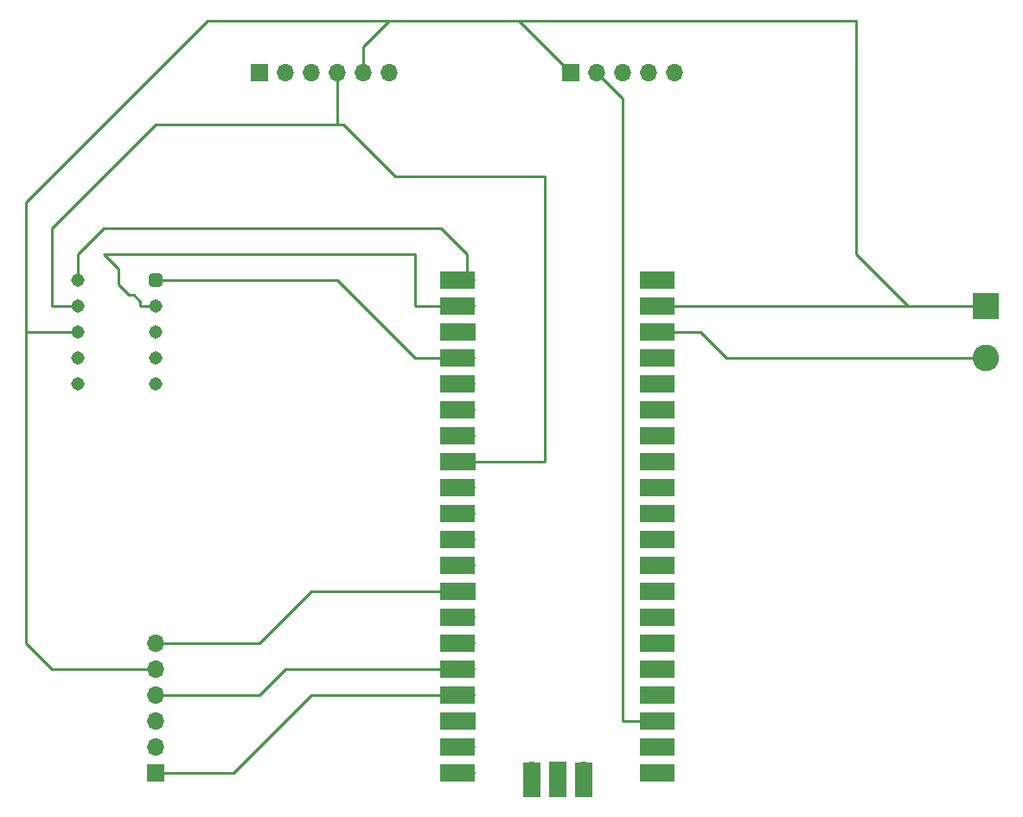
<source format=gbr>
%TF.GenerationSoftware,KiCad,Pcbnew,7.0.1*%
%TF.CreationDate,2023-04-18T18:49:40-05:00*%
%TF.ProjectId,pcb_design,7063625f-6465-4736-9967-6e2e6b696361,rev?*%
%TF.SameCoordinates,Original*%
%TF.FileFunction,Copper,L1,Top*%
%TF.FilePolarity,Positive*%
%FSLAX46Y46*%
G04 Gerber Fmt 4.6, Leading zero omitted, Abs format (unit mm)*
G04 Created by KiCad (PCBNEW 7.0.1) date 2023-04-18 18:49:40*
%MOMM*%
%LPD*%
G01*
G04 APERTURE LIST*
G04 Aperture macros list*
%AMRoundRect*
0 Rectangle with rounded corners*
0 $1 Rounding radius*
0 $2 $3 $4 $5 $6 $7 $8 $9 X,Y pos of 4 corners*
0 Add a 4 corners polygon primitive as box body*
4,1,4,$2,$3,$4,$5,$6,$7,$8,$9,$2,$3,0*
0 Add four circle primitives for the rounded corners*
1,1,$1+$1,$2,$3*
1,1,$1+$1,$4,$5*
1,1,$1+$1,$6,$7*
1,1,$1+$1,$8,$9*
0 Add four rect primitives between the rounded corners*
20,1,$1+$1,$2,$3,$4,$5,0*
20,1,$1+$1,$4,$5,$6,$7,0*
20,1,$1+$1,$6,$7,$8,$9,0*
20,1,$1+$1,$8,$9,$2,$3,0*%
G04 Aperture macros list end*
%TA.AperFunction,ComponentPad*%
%ADD10R,2.600000X2.600000*%
%TD*%
%TA.AperFunction,ComponentPad*%
%ADD11C,2.600000*%
%TD*%
%TA.AperFunction,ComponentPad*%
%ADD12O,1.700000X1.700000*%
%TD*%
%TA.AperFunction,SMDPad,CuDef*%
%ADD13R,3.500000X1.700000*%
%TD*%
%TA.AperFunction,ComponentPad*%
%ADD14R,1.700000X1.700000*%
%TD*%
%TA.AperFunction,SMDPad,CuDef*%
%ADD15R,1.700000X3.500000*%
%TD*%
%TA.AperFunction,ComponentPad*%
%ADD16RoundRect,0.250000X-0.405000X0.405000X-0.405000X-0.405000X0.405000X-0.405000X0.405000X0.405000X0*%
%TD*%
%TA.AperFunction,ComponentPad*%
%ADD17C,1.310000*%
%TD*%
%TA.AperFunction,Conductor*%
%ADD18C,0.250000*%
%TD*%
G04 APERTURE END LIST*
D10*
%TO.P,J1,1,Pin_1*%
%TO.N,Net-(J1-Pin_1)*%
X200660000Y-68580000D03*
D11*
%TO.P,J1,2,Pin_2*%
%TO.N,Net-(J1-Pin_2)*%
X200660000Y-73660000D03*
%TD*%
D12*
%TO.P,U5,1,GPIO0*%
%TO.N,Net-(U1-SDA)*%
X149860000Y-66040000D03*
D13*
X148960000Y-66040000D03*
D12*
%TO.P,U5,2,GPIO1*%
%TO.N,Net-(U1-SCL)*%
X149860000Y-68580000D03*
D13*
X148960000Y-68580000D03*
D14*
%TO.P,U5,3,GND*%
%TO.N,unconnected-(U5-GND-Pad3)*%
X149860000Y-71120000D03*
D13*
X148960000Y-71120000D03*
D12*
%TO.P,U5,4,GPIO2*%
%TO.N,Net-(U1-RST)*%
X149860000Y-73660000D03*
D13*
X148960000Y-73660000D03*
D12*
%TO.P,U5,5,GPIO3*%
%TO.N,unconnected-(U5-GPIO3-Pad5)*%
X149860000Y-76200000D03*
D13*
X148960000Y-76200000D03*
D12*
%TO.P,U5,6,GPIO4*%
%TO.N,Net-(U3-TXD)*%
X149860000Y-78740000D03*
D13*
X148960000Y-78740000D03*
D12*
%TO.P,U5,7,GPIO5*%
%TO.N,Net-(U3-RXD)*%
X149860000Y-81280000D03*
D13*
X148960000Y-81280000D03*
D14*
%TO.P,U5,8,GND*%
%TO.N,Net-(U1-GND)*%
X149860000Y-83820000D03*
D13*
X148960000Y-83820000D03*
D12*
%TO.P,U5,9,GPIO6*%
%TO.N,unconnected-(U5-GPIO6-Pad9)*%
X149860000Y-86360000D03*
D13*
X148960000Y-86360000D03*
D12*
%TO.P,U5,10,GPIO7*%
%TO.N,unconnected-(U5-GPIO7-Pad10)*%
X149860000Y-88900000D03*
D13*
X148960000Y-88900000D03*
D12*
%TO.P,U5,11,GPIO8*%
%TO.N,unconnected-(U5-GPIO8-Pad11)*%
X149860000Y-91440000D03*
D13*
X148960000Y-91440000D03*
D12*
%TO.P,U5,12,GPIO9*%
%TO.N,unconnected-(U5-GPIO9-Pad12)*%
X149860000Y-93980000D03*
D13*
X148960000Y-93980000D03*
D14*
%TO.P,U5,13,GND*%
%TO.N,Net-(U4-GND)*%
X149860000Y-96520000D03*
D13*
X148960000Y-96520000D03*
D12*
%TO.P,U5,14,GPIO10*%
%TO.N,unconnected-(U5-GPIO10-Pad14)*%
X149860000Y-99060000D03*
D13*
X148960000Y-99060000D03*
D12*
%TO.P,U5,15,GPIO11*%
%TO.N,unconnected-(U5-GPIO11-Pad15)*%
X149860000Y-101600000D03*
D13*
X148960000Y-101600000D03*
D12*
%TO.P,U5,16,GPIO12*%
%TO.N,Net-(U4-MISO)*%
X149860000Y-104140000D03*
D13*
X148960000Y-104140000D03*
D12*
%TO.P,U5,17,GPIO13*%
%TO.N,Net-(U4-CS)*%
X149860000Y-106680000D03*
D13*
X148960000Y-106680000D03*
D14*
%TO.P,U5,18,GND*%
%TO.N,unconnected-(U5-GND-Pad18)*%
X149860000Y-109220000D03*
D13*
X148960000Y-109220000D03*
D12*
%TO.P,U5,19,GPIO14*%
%TO.N,Net-(U4-SCK)*%
X149860000Y-111760000D03*
D13*
X148960000Y-111760000D03*
D12*
%TO.P,U5,20,GPIO15*%
%TO.N,Net-(U4-MOSI)*%
X149860000Y-114300000D03*
D13*
X148960000Y-114300000D03*
D12*
%TO.P,U5,21,GPIO16*%
%TO.N,Net-(U2-TXD)*%
X167640000Y-114300000D03*
D13*
X168540000Y-114300000D03*
D12*
%TO.P,U5,22,GPIO17*%
%TO.N,Net-(U2-RXD)*%
X167640000Y-111760000D03*
D13*
X168540000Y-111760000D03*
D14*
%TO.P,U5,23,GND*%
%TO.N,Net-(U2-GND)*%
X167640000Y-109220000D03*
D13*
X168540000Y-109220000D03*
D12*
%TO.P,U5,24,GPIO18*%
%TO.N,unconnected-(U5-GPIO18-Pad24)*%
X167640000Y-106680000D03*
D13*
X168540000Y-106680000D03*
D12*
%TO.P,U5,25,GPIO19*%
%TO.N,unconnected-(U5-GPIO19-Pad25)*%
X167640000Y-104140000D03*
D13*
X168540000Y-104140000D03*
D12*
%TO.P,U5,26,GPIO20*%
%TO.N,unconnected-(U5-GPIO20-Pad26)*%
X167640000Y-101600000D03*
D13*
X168540000Y-101600000D03*
D12*
%TO.P,U5,27,GPIO21*%
%TO.N,unconnected-(U5-GPIO21-Pad27)*%
X167640000Y-99060000D03*
D13*
X168540000Y-99060000D03*
D14*
%TO.P,U5,28,GND*%
%TO.N,unconnected-(U5-GND-Pad28)*%
X167640000Y-96520000D03*
D13*
X168540000Y-96520000D03*
D12*
%TO.P,U5,29,GPIO22*%
%TO.N,unconnected-(U5-GPIO22-Pad29)*%
X167640000Y-93980000D03*
D13*
X168540000Y-93980000D03*
D12*
%TO.P,U5,30,RUN*%
%TO.N,unconnected-(U5-RUN-Pad30)*%
X167640000Y-91440000D03*
D13*
X168540000Y-91440000D03*
D12*
%TO.P,U5,31,GPIO26_ADC0*%
%TO.N,unconnected-(U5-GPIO26_ADC0-Pad31)*%
X167640000Y-88900000D03*
D13*
X168540000Y-88900000D03*
D12*
%TO.P,U5,32,GPIO27_ADC1*%
%TO.N,unconnected-(U5-GPIO27_ADC1-Pad32)*%
X167640000Y-86360000D03*
D13*
X168540000Y-86360000D03*
D14*
%TO.P,U5,33,AGND*%
%TO.N,unconnected-(U5-AGND-Pad33)*%
X167640000Y-83820000D03*
D13*
X168540000Y-83820000D03*
D12*
%TO.P,U5,34,GPIO28_ADC2*%
%TO.N,unconnected-(U5-GPIO28_ADC2-Pad34)*%
X167640000Y-81280000D03*
D13*
X168540000Y-81280000D03*
D12*
%TO.P,U5,35,ADC_VREF*%
%TO.N,unconnected-(U5-ADC_VREF-Pad35)*%
X167640000Y-78740000D03*
D13*
X168540000Y-78740000D03*
D12*
%TO.P,U5,36,3V3*%
%TO.N,unconnected-(U5-3V3-Pad36)*%
X167640000Y-76200000D03*
D13*
X168540000Y-76200000D03*
D12*
%TO.P,U5,37,3V3_EN*%
%TO.N,unconnected-(U5-3V3_EN-Pad37)*%
X167640000Y-73660000D03*
D13*
X168540000Y-73660000D03*
D14*
%TO.P,U5,38,GND*%
%TO.N,Net-(J1-Pin_2)*%
X167640000Y-71120000D03*
D13*
X168540000Y-71120000D03*
D12*
%TO.P,U5,39,VSYS*%
%TO.N,Net-(J1-Pin_1)*%
X167640000Y-68580000D03*
D13*
X168540000Y-68580000D03*
D12*
%TO.P,U5,40,VBUS*%
%TO.N,unconnected-(U5-VBUS-Pad40)*%
X167640000Y-66040000D03*
D13*
X168540000Y-66040000D03*
D12*
%TO.P,U5,41,SWCLK*%
%TO.N,unconnected-(U5-SWCLK-Pad41)*%
X156210000Y-114070000D03*
D15*
X156210000Y-114970000D03*
D14*
%TO.P,U5,42,GND*%
%TO.N,unconnected-(U5-GND-Pad42)*%
X158750000Y-114070000D03*
D15*
X158750000Y-114970000D03*
D12*
%TO.P,U5,43,SWDIO*%
%TO.N,unconnected-(U5-SWDIO-Pad43)*%
X161290000Y-114070000D03*
D15*
X161290000Y-114970000D03*
%TD*%
D14*
%TO.P,U3,1,STATE*%
%TO.N,unconnected-(U3-STATE-Pad1)*%
X129540000Y-45720000D03*
D12*
%TO.P,U3,2,RXD*%
%TO.N,Net-(U3-RXD)*%
X132080000Y-45720000D03*
%TO.P,U3,3,TXD*%
%TO.N,Net-(U3-TXD)*%
X134620000Y-45720000D03*
%TO.P,U3,4,GND*%
%TO.N,Net-(U1-GND)*%
X137160000Y-45720000D03*
%TO.P,U3,5,VCC*%
%TO.N,Net-(J1-Pin_1)*%
X139700000Y-45720000D03*
%TO.P,U3,6,EN*%
%TO.N,unconnected-(U3-EN-Pad6)*%
X142240000Y-45720000D03*
%TD*%
D14*
%TO.P,U4,1,CS*%
%TO.N,Net-(U4-CS)*%
X119380000Y-114300000D03*
D12*
%TO.P,U4,2,SCK*%
%TO.N,Net-(U4-SCK)*%
X119380000Y-111760000D03*
%TO.P,U4,3,MOSI*%
%TO.N,Net-(U4-MOSI)*%
X119380000Y-109220000D03*
%TO.P,U4,4,MISO*%
%TO.N,Net-(U4-MISO)*%
X119380000Y-106680000D03*
%TO.P,U4,5,VCC*%
%TO.N,Net-(J1-Pin_1)*%
X119380000Y-104140000D03*
%TO.P,U4,6,GND*%
%TO.N,Net-(U4-GND)*%
X119380000Y-101600000D03*
%TD*%
D14*
%TO.P,U2,1,VCC*%
%TO.N,Net-(J1-Pin_1)*%
X160020000Y-45720000D03*
D12*
%TO.P,U2,2,GND*%
%TO.N,Net-(U2-GND)*%
X162560000Y-45720000D03*
%TO.P,U2,3,RXD*%
%TO.N,Net-(U2-RXD)*%
X165100000Y-45720000D03*
%TO.P,U2,4,TXD*%
%TO.N,Net-(U2-TXD)*%
X167640000Y-45720000D03*
%TO.P,U2,5,PPS*%
%TO.N,unconnected-(U2-PPS-Pad5)*%
X170180000Y-45720000D03*
%TD*%
D16*
%TO.P,U1,1,RST*%
%TO.N,Net-(U1-RST)*%
X119380000Y-66040000D03*
D17*
%TO.P,U1,2,SDA*%
%TO.N,Net-(U1-SDA)*%
X111760000Y-66040000D03*
%TO.P,U1,3,SCL*%
%TO.N,Net-(U1-SCL)*%
X119380000Y-68580000D03*
%TO.P,U1,4,GND*%
%TO.N,Net-(U1-GND)*%
X111760000Y-68580000D03*
%TO.P,U1,5,3V*%
%TO.N,unconnected-(U1-3V-Pad5)*%
X119380000Y-71120000D03*
%TO.P,U1,6,VIN*%
%TO.N,Net-(J1-Pin_1)*%
X111760000Y-71120000D03*
%TO.P,U1,7,INT*%
%TO.N,unconnected-(U1-INT-Pad7)*%
X119380000Y-73660000D03*
%TO.P,U1,8,ADR*%
%TO.N,unconnected-(U1-ADR-Pad8)*%
X111760000Y-73660000D03*
%TO.P,U1,9,PS0*%
%TO.N,unconnected-(U1-PS0-Pad9)*%
X119380000Y-76200000D03*
%TO.P,U1,10,PS1*%
%TO.N,unconnected-(U1-PS1-Pad10)*%
X111760000Y-76200000D03*
%TD*%
D18*
%TO.N,Net-(U1-GND)*%
X142876396Y-55880000D02*
X157480000Y-55880000D01*
X137796396Y-50800000D02*
X142876396Y-55880000D01*
X157480000Y-83820000D02*
X149860000Y-83820000D01*
X157480000Y-55880000D02*
X157480000Y-83820000D01*
X137160000Y-50800000D02*
X137796396Y-50800000D01*
%TO.N,Net-(U1-SCL)*%
X144780000Y-63500000D02*
X144780000Y-68580000D01*
X115765000Y-66485280D02*
X115765000Y-64965000D01*
X144780000Y-68580000D02*
X149860000Y-68580000D01*
X116784720Y-67505000D02*
X115765000Y-66485280D01*
X117285280Y-67505000D02*
X116784720Y-67505000D01*
X114300000Y-63500000D02*
X144780000Y-63500000D01*
X115765000Y-64965000D02*
X114300000Y-63500000D01*
X117915000Y-68134720D02*
X117285280Y-67505000D01*
X117915000Y-68580000D02*
X117915000Y-68134720D01*
X119380000Y-68580000D02*
X117915000Y-68580000D01*
%TO.N,Net-(U1-RST)*%
X137160000Y-66040000D02*
X144780000Y-73660000D01*
X119380000Y-66040000D02*
X137160000Y-66040000D01*
X144780000Y-73660000D02*
X149860000Y-73660000D01*
%TO.N,Net-(U2-GND)*%
X165100000Y-48260000D02*
X165100000Y-109220000D01*
X165100000Y-109220000D02*
X167640000Y-109220000D01*
X162560000Y-45720000D02*
X165100000Y-48260000D01*
%TO.N,Net-(U1-SDA)*%
X147320000Y-60960000D02*
X149860000Y-63500000D01*
X114300000Y-60960000D02*
X147320000Y-60960000D01*
X111760000Y-63500000D02*
X114300000Y-60960000D01*
X149860000Y-63500000D02*
X149860000Y-66040000D01*
X111760000Y-66040000D02*
X111760000Y-63500000D01*
%TO.N,Net-(U1-GND)*%
X137160000Y-50800000D02*
X137160000Y-45720000D01*
X119380000Y-50800000D02*
X137160000Y-50800000D01*
X109220000Y-60960000D02*
X119380000Y-50800000D01*
X109220000Y-68580000D02*
X109220000Y-60960000D01*
X111760000Y-68580000D02*
X109220000Y-68580000D01*
%TO.N,Net-(U4-MISO)*%
X132080000Y-104140000D02*
X149860000Y-104140000D01*
X129540000Y-106680000D02*
X132080000Y-104140000D01*
X119380000Y-106680000D02*
X129540000Y-106680000D01*
%TO.N,Net-(U4-GND)*%
X134620000Y-96520000D02*
X149860000Y-96520000D01*
X129540000Y-101600000D02*
X134620000Y-96520000D01*
X119380000Y-101600000D02*
X129540000Y-101600000D01*
%TO.N,Net-(J1-Pin_2)*%
X175260000Y-73660000D02*
X172720000Y-71120000D01*
X200660000Y-73660000D02*
X175260000Y-73660000D01*
X172720000Y-71120000D02*
X167640000Y-71120000D01*
%TO.N,Net-(J1-Pin_1)*%
X187960000Y-40640000D02*
X154940000Y-40640000D01*
X187960000Y-63500000D02*
X187960000Y-40640000D01*
X193040000Y-68580000D02*
X187960000Y-63500000D01*
X193040000Y-68580000D02*
X167640000Y-68580000D01*
X200660000Y-68580000D02*
X193040000Y-68580000D01*
X124460000Y-40640000D02*
X111760000Y-53340000D01*
X142240000Y-40640000D02*
X124460000Y-40640000D01*
%TO.N,Net-(U4-CS)*%
X127000000Y-114300000D02*
X134620000Y-106680000D01*
X119380000Y-114300000D02*
X127000000Y-114300000D01*
X134620000Y-106680000D02*
X149860000Y-106680000D01*
%TO.N,Net-(J1-Pin_1)*%
X109220000Y-104140000D02*
X119380000Y-104140000D01*
X106680000Y-101600000D02*
X109220000Y-104140000D01*
X106680000Y-71120000D02*
X106680000Y-101600000D01*
X106680000Y-71120000D02*
X111760000Y-71120000D01*
X106680000Y-58420000D02*
X106680000Y-71120000D01*
X111760000Y-53340000D02*
X106680000Y-58420000D01*
X139700000Y-43180000D02*
X139700000Y-45720000D01*
X142240000Y-40640000D02*
X139700000Y-43180000D01*
X154940000Y-40640000D02*
X142240000Y-40640000D01*
X160020000Y-45720000D02*
X154940000Y-40640000D01*
%TD*%
M02*

</source>
